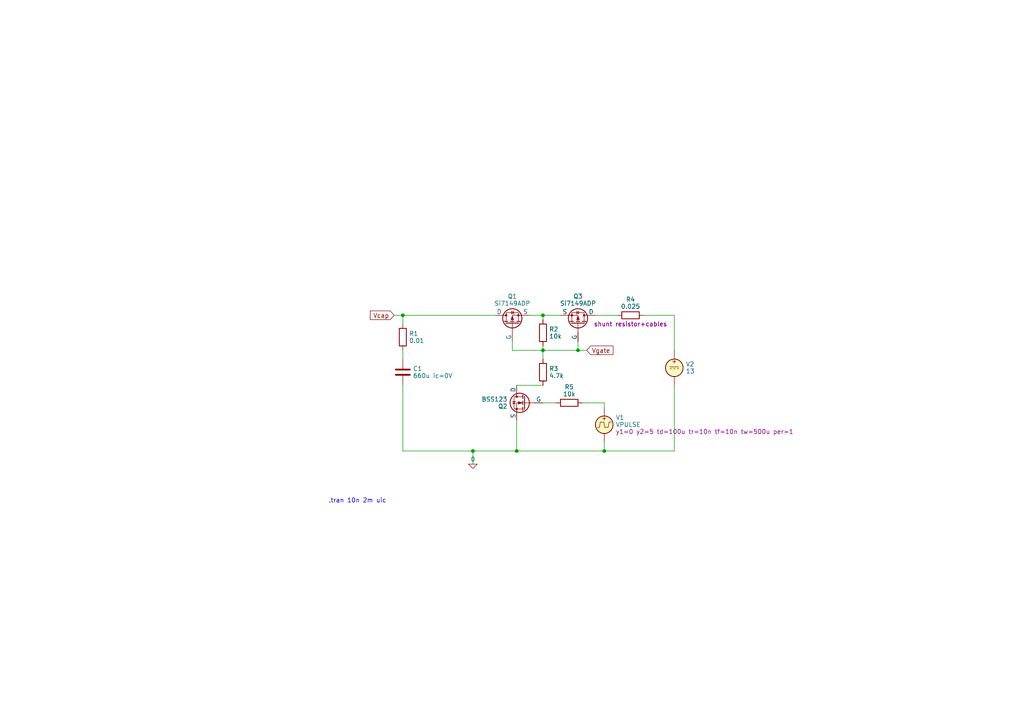
<source format=kicad_sch>
(kicad_sch (version 20230121) (generator eeschema)
  (paper "A4")
  (lib_symbols
    (symbol "Device:C" (pin_numbers hide) (pin_names (offset 0.254))
      (property "Reference" "C" (at 0.635 2.54 0))
      (property "Value" "C" (at 0.635 -2.54 0))
      (symbol "C_0_1"
        (polyline (pts (xy -2.032 -0.762) (xy 2.032 -0.762)) (stroke (width 0.508)))
        (polyline (pts (xy -2.032 0.762) (xy 2.032 0.762)) (stroke (width 0.508)))
      )
      (symbol "C_1_1"
        (pin passive line (at 0 3.81 270) (length 2.794) (name "~") (number "1"))
        (pin passive line (at 0 -3.81 90) (length 2.794) (name "~") (number "2"))
      )
    )
    (symbol "Device:R" (pin_numbers hide) (pin_names (offset 0))
      (property "Reference" "R" (at 2.032 0 90))
      (property "Value" "R" (at 0 0 90))
      (symbol "R_0_1"
        (rectangle (start -1.016 -2.54) (end 1.016 2.54) (stroke (width 0.254)))
      )
      (symbol "R_1_1"
        (pin passive line (at 0 3.81 270) (length 1.27) (name "~") (number "1"))
        (pin passive line (at 0 -3.81 90) (length 1.27) (name "~") (number "2"))
      )
    )
    (symbol "Simulation_SPICE:0" (power) (pin_names (offset 0))
      (property "Value" "0" (at 0 -1.778 0))
      (symbol "0_0_1"
        (polyline (pts (xy -1.27 0) (xy 0 -1.27) (xy 1.27 0) (xy -1.27 0)))
      )
      (symbol "0_1_1"
        (pin power_in line (at 0 0 0) (length 0) hide (name "0") (number "1"))
      )
    )
    (symbol "Simulation_SPICE:NMOS" (pin_numbers hide) (pin_names (offset 0))
      (property "Reference" "Q" (at 5.08 1.27 0))
      (property "Value" "NMOS" (at 5.08 -1.27 0))
      (symbol "NMOS_0_1"
        (polyline (pts (xy 0.254 0) (xy -2.54 0)))
        (polyline (pts (xy 0.254 1.905) (xy 0.254 -1.905)) (stroke (width 0.254)))
        (polyline (pts (xy 0.762 -1.27) (xy 0.762 -2.286)) (stroke (width 0.254)))
        (polyline (pts (xy 0.762 0.508) (xy 0.762 -0.508)) (stroke (width 0.254)))
        (polyline (pts (xy 0.762 2.286) (xy 0.762 1.27)) (stroke (width 0.254)))
        (polyline (pts (xy 2.54 2.54) (xy 2.54 1.778)))
        (polyline (pts (xy 2.54 -2.54) (xy 2.54 0) (xy 0.762 0)))
        (polyline (pts (xy 0.762 -1.778) (xy 3.302 -1.778) (xy 3.302 1.778) (xy 0.762 1.778)))
        (polyline (pts (xy 1.016 0) (xy 2.032 0.381) (xy 2.032 -0.381) (xy 1.016 0)) (fill (type outline)))
        (polyline (pts (xy 2.794 0.508) (xy 2.921 0.381) (xy 3.683 0.381) (xy 3.81 0.254)))
        (polyline (pts (xy 3.302 0.381) (xy 2.921 -0.254) (xy 3.683 -0.254) (xy 3.302 0.381)))
        (circle (center 1.651 0) (radius 2.794) (stroke (width 0.254)))
        (circle (center 2.54 -1.778) (radius 0.254) (fill (type outline)))
        (circle (center 2.54 1.778) (radius 0.254) (fill (type outline)))
      )
      (symbol "NMOS_1_1"
        (pin passive line (at 2.54 5.08 270) (length 2.54) (name "D") (number "1"))
        (pin input line (at -5.08 0 0) (length 2.54) (name "G") (number "2"))
        (pin passive line (at 2.54 -5.08 90) (length 2.54) (name "S") (number "3"))
      )
    )
    (symbol "Simulation_SPICE:PMOS" (pin_numbers hide) (pin_names (offset 0))
      (property "Reference" "Q" (at 5.08 1.27 0))
      (property "Value" "PMOS" (at 5.08 -1.27 0))
      (symbol "PMOS_0_1"
        (polyline (pts (xy 0.254 0) (xy -2.54 0)))
        (polyline (pts (xy 0.254 1.905) (xy 0.254 -1.905)) (stroke (width 0.254)))
        (polyline (pts (xy 0.762 -1.27) (xy 0.762 -2.286)) (stroke (width 0.254)))
        (polyline (pts (xy 0.762 0.508) (xy 0.762 -0.508)) (stroke (width 0.254)))
        (polyline (pts (xy 0.762 2.286) (xy 0.762 1.27)) (stroke (width 0.254)))
        (polyline (pts (xy 2.54 2.54) (xy 2.54 1.778)))
        (polyline (pts (xy 2.54 -2.54) (xy 2.54 0) (xy 0.762 0)))
        (polyline (pts (xy 0.762 1.778) (xy 3.302 1.778) (xy 3.302 -1.778) (xy 0.762 -1.778)))
        (polyline (pts (xy 2.286 0) (xy 1.27 0.381) (xy 1.27 -0.381) (xy 2.286 0)) (fill (type outline)))
        (polyline (pts (xy 2.794 -0.508) (xy 2.921 -0.381) (xy 3.683 -0.381) (xy 3.81 -0.254)))
        (polyline (pts (xy 3.302 -0.381) (xy 2.921 0.254) (xy 3.683 0.254) (xy 3.302 -0.381)))
        (circle (center 1.651 0) (radius 2.794) (stroke (width 0.254)))
        (circle (center 2.54 -1.778) (radius 0.254) (fill (type outline)))
        (circle (center 2.54 1.778) (radius 0.254) (fill (type outline)))
      )
      (symbol "PMOS_1_1"
        (pin passive line (at 2.54 5.08 270) (length 2.54) (name "D") (number "1"))
        (pin input line (at -5.08 0 0) (length 2.54) (name "G") (number "2"))
        (pin passive line (at 2.54 -5.08 90) (length 2.54) (name "S") (number "3"))
      )
    )
    (symbol "Simulation_SPICE:VDC" (pin_numbers hide) (pin_names (offset 0.0254))
      (property "Reference" "V" (at 2.54 2.54 0))
      (property "Value" "1" (at 2.54 0 0))
      (symbol "VDC_0_0"
        (polyline (pts (xy -1.27 0.254) (xy 1.27 0.254)))
        (polyline (pts (xy -0.762 -0.254) (xy -1.27 -0.254)))
        (polyline (pts (xy 0.254 -0.254) (xy -0.254 -0.254)))
        (polyline (pts (xy 1.27 -0.254) (xy 0.762 -0.254)))
        (text "+" (at 0 1.905 0) (effects (font (size 1.27 1.27))))
      )
      (symbol "VDC_0_1"
        (circle (center 0 0) (radius 2.54) (stroke (width 0.254)) (fill (type background)))
      )
      (symbol "VDC_1_1"
        (pin passive line (at 0 5.08 270) (length 2.54) (name "~") (number "1"))
        (pin passive line (at 0 -5.08 90) (length 2.54) (name "~") (number "2"))
      )
    )
    (symbol "Simulation_SPICE:VPULSE" (pin_numbers hide) (pin_names (offset 0.0254))
      (property "Reference" "V" (at 2.54 2.54 0))
      (property "Value" "VPULSE" (at 2.54 0 0))
      (property "Sim.Params" "y1=0 y2=1 td=2n tr=2n tf=2n tw=50n per=100n" (at 2.54 -2.54 0))
      (symbol "VPULSE_0_0"
        (polyline (pts (xy -2.032 -0.762) (xy -1.397 -0.762) (xy -1.143 0.762) (xy -0.127 0.762) (xy 0.127 -0.762) (xy 1.143 -0.762) (xy 1.397 0.762) (xy 2.032 0.762)))
        (text "+" (at 0 1.905 0) (effects (font (size 1.27 1.27))))
      )
      (symbol "VPULSE_0_1"
        (circle (center 0 0) (radius 2.54) (stroke (width 0.254)) (fill (type background)))
      )
      (symbol "VPULSE_1_1"
        (pin passive line (at 0 5.08 270) (length 2.54) (name "~") (number "1"))
        (pin passive line (at 0 -5.08 90) (length 2.54) (name "~") (number "2"))
      )
    )
  )
  (junction (at 116.84 91.44))
  (junction (at 149.86 130.81))
  (junction (at 157.48 101.6))
  (junction (at 175.26 130.81))
  (junction (at 137.16 130.81))
  (junction (at 157.48 91.44))
  (junction (at 167.64 101.6))
  (wire (pts (xy 114.3 91.44) (xy 116.84 91.44)))
  (wire (pts (xy 149.86 111.76) (xy 157.48 111.76)))
  (wire (pts (xy 157.48 116.84) (xy 161.29 116.84)))
  (wire (pts (xy 172.72 91.44) (xy 179.07 91.44)))
  (wire (pts (xy 157.48 91.44) (xy 157.48 92.71)))
  (wire (pts (xy 137.16 130.81) (xy 137.16 134.62)))
  (wire (pts (xy 167.64 101.6) (xy 170.18 101.6)))
  (wire (pts (xy 195.58 91.44) (xy 195.58 101.6)))
  (wire (pts (xy 116.84 93.98) (xy 116.84 91.44)))
  (wire (pts (xy 148.59 99.06) (xy 148.59 101.6)))
  (wire (pts (xy 157.48 101.6) (xy 167.64 101.6)))
  (wire (pts (xy 186.69 91.44) (xy 195.58 91.44)))
  (wire (pts (xy 153.67 91.44) (xy 157.48 91.44)))
  (wire (pts (xy 157.48 91.44) (xy 162.56 91.44)))
  (wire (pts (xy 157.48 101.6) (xy 157.48 104.14)))
  (wire (pts (xy 195.58 111.76) (xy 195.58 130.81)))
  (wire (pts (xy 148.59 101.6) (xy 157.48 101.6)))
  (wire (pts (xy 149.86 121.92) (xy 149.86 130.81)))
  (wire (pts (xy 137.16 130.81) (xy 116.84 130.81)))
  (wire (pts (xy 168.91 116.84) (xy 175.26 116.84)))
  (wire (pts (xy 149.86 130.81) (xy 175.26 130.81)))
  (wire (pts (xy 149.86 130.81) (xy 137.16 130.81)))
  (wire (pts (xy 157.48 100.33) (xy 157.48 101.6)))
  (wire (pts (xy 195.58 130.81) (xy 175.26 130.81)))
  (wire (pts (xy 116.84 91.44) (xy 143.51 91.44)))
  (wire (pts (xy 175.26 128.27) (xy 175.26 130.81)))
  (wire (pts (xy 167.64 101.6) (xy 167.64 99.06)))
  (wire (pts (xy 116.84 101.6) (xy 116.84 104.14)))
  (wire (pts (xy 116.84 130.81) (xy 116.84 111.76)))
  (wire (pts (xy 175.26 116.84) (xy 175.26 118.11)))
  (text ".tran 10n 2m uic" (at 95.25 146.05 0) (effects (font (size 1.27 1.27)) (justify left bottom)))
  (global_label "Vgate" (shape input) (at 170.18 101.6 0) (property "Intersheetrefs" "${INTERSHEET_REFS}" (effects hide)))
  (global_label "Vcap" (shape input) (at 114.3 91.44 180) (property "Intersheetrefs" "${INTERSHEET_REFS}" (effects hide)))
  (symbol (lib_id "Simulation_SPICE:PMOS") (at 167.64 93.98 270) (mirror x) (unit 1)
    (property "Reference" "Q3" (at 167.64 85.955 90))
    (property "Value" "Si7149ADP" (at 167.64 88.003 90))
    (property "Datasheet" "https://ngspice.sourceforge.io/docs/ngspice-manual.pdf" (effects hide))
    (property "Sim.Device" "SUBCKT" (effects hide))
    (property "Sim.Pins" "1=D 2=G 3=S" (effects hide))
    (property "Sim.Library" "Si7149ADP_PS Rev A.LIB" (effects hide))
    (property "Sim.Name" "Si7149ADP" (effects hide))
  )
  (symbol (lib_id "Simulation_SPICE:VDC") (at 195.58 106.68 0) (unit 1)
    (property "Reference" "V2" (at 198.882 105.6202 0) (effects (justify left)))
    (property "Value" "13" (at 198.882 107.6682 0) (effects (justify left)))
    (property "Sim.Pins" "1=+ 2=-" (effects hide))
    (property "Sim.Type" "DC" (effects hide))
    (property "Sim.Device" "V" (effects hide))
  )
  (symbol (lib_id "Device:R") (at 157.48 107.95 0) (unit 1)
    (property "Reference" "R3" (at 159.258 106.926 0) (effects (justify left)))
    (property "Value" "4.7k" (at 159.258 108.974 0) (effects (justify left)))
  )
  (symbol (lib_id "Device:R") (at 116.84 97.79 0) (unit 1)
    (property "Reference" "R1" (at 118.618 96.766 0) (effects (justify left)))
    (property "Value" "0.01" (at 118.618 98.814 0) (effects (justify left)))
  )
  (symbol (lib_id "Simulation_SPICE:PMOS") (at 148.59 93.98 90) (unit 1)
    (property "Reference" "Q1" (at 148.59 85.955 90))
    (property "Value" "Si7149ADP" (at 148.59 88.003 90))
    (property "Datasheet" "https://ngspice.sourceforge.io/docs/ngspice-manual.pdf" (effects hide))
    (property "Sim.Device" "SUBCKT" (effects hide))
    (property "Sim.Pins" "1=D 2=G 3=S" (effects hide))
    (property "Sim.Library" "Si7149ADP_PS Rev A.LIB" (effects hide))
    (property "Sim.Name" "Si7149ADP" (effects hide))
  )
  (symbol (lib_id "Device:R") (at 157.48 96.52 0) (unit 1)
    (property "Reference" "R2" (at 159.258 95.496 0) (effects (justify left)))
    (property "Value" "10k" (at 159.258 97.544 0) (effects (justify left)))
  )
  (symbol (lib_id "Device:R") (at 165.1 116.84 90) (unit 1)
    (property "Reference" "R5" (at 165.1 112.244 90))
    (property "Value" "10k" (at 165.1 114.292 90))
  )
  (symbol (lib_id "Simulation_SPICE:NMOS") (at 152.4 116.84 0) (mirror y) (unit 1)
    (property "Reference" "Q2" (at 147.1931 117.864 0) (effects (justify left)))
    (property "Value" "BSS123" (at 147.1931 115.816 0) (effects (justify left)))
    (property "Datasheet" "https://ngspice.sourceforge.io/docs/ngspice-manual.pdf" (effects hide))
    (property "Sim.Device" "SUBCKT" (effects hide))
    (property "Sim.Pins" "1=3 2=4 3=5" (effects hide))
    (property "Sim.Library" "BSS123.LIB" (effects hide))
    (property "Sim.Name" "BSS123/ZTX" (effects hide))
  )
  (symbol (lib_id "Simulation_SPICE:VPULSE") (at 175.26 123.19 0) (unit 1)
    (property "Reference" "V1" (at 178.562 121.1062 0) (effects (justify left)))
    (property "Value" "VPULSE" (at 178.562 123.1542 0) (effects (justify left)))
    (property "Sim.Pins" "1=+ 2=-" (effects hide))
    (property "Sim.Type" "PULSE" (effects hide))
    (property "Sim.Device" "V" (effects hide))
    (property "Sim.Params" "y1=0 y2=5 td=100u tr=10n tf=10n tw=500u per=1" (at 178.562 125.2022 0) (effects (justify left)))
  )
  (symbol (lib_id "Device:R") (at 182.88 91.44 90) (unit 1)
    (property "Reference" "R4" (at 182.88 86.844 90))
    (property "Value" "0.025" (at 182.88 88.892 90))
    (property "comment" "shunt resistor+cables" (at 182.88 93.98 90))
  )
  (symbol (lib_id "Simulation_SPICE:0") (at 137.16 134.62 0) (unit 1)
    (property "Reference" "#GND01" (effects hide))
    (property "Value" "0" (at 137.16 133.215 0))
  )
  (symbol (lib_id "Device:C") (at 116.84 107.95 0) (unit 1)
    (property "Reference" "C1" (at 119.761 106.926 0) (effects (justify left)))
    (property "Value" "${SIM.PARAMS}" (at 119.761 108.974 0) (effects (justify left)))
    (property "Sim.Device" "C" (effects hide))
    (property "Sim.Pins" "1=+ 2=-" (effects hide))
    (property "Sim.Params" "660u ic=0V" (effects hide))
  )
)
</source>
